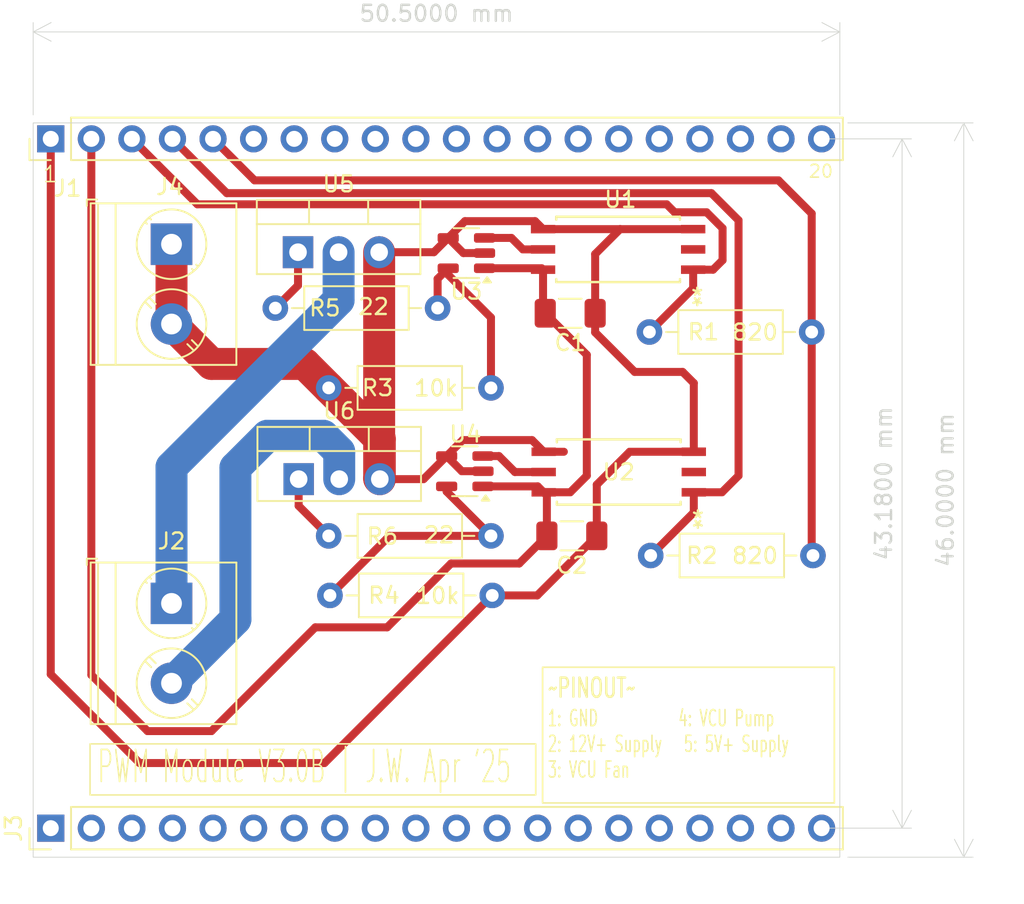
<source format=kicad_pcb>
(kicad_pcb (version 20240108) (generator "pcbnew") (generator_version "8.0")
  (layers (0 "F.Cu" signal) (31 "B.Cu" signal) (34 "B.Paste" user) (35 "F.Paste" user) (36 "B.SilkS" user "B.Silkscreen") (37 "F.SilkS" user "F.Silkscreen") (38 "B.Mask" user) (39 "F.Mask" user) (44 "Edge.Cuts" user))
  (net 0 "")
  (net 1 "Net-(J2-Pin_2)")
  (net 2 "Net-(U3-GND)")
  (net 4 "Net-(U3-VDD)")
  (net 12 "Net-(J1-Pad4)")
  (net 15 "Net-(J2-Pin_1)")
  (net 21 "Net-(J1-Pad5)")
  (net 22 "Net-(J1-Pad3)")
  (net 23 "Net-(U3-OUT)")
  (net 24 "Net-(U4-OUT)")
  (net 25 "Net-(U5-G)")
  (net 26 "Net-(U6-G)")
  (net 28 "Net-(U3-IN+)")
  (net 29 "Net-(U4-IN+)")
  (footprint "isometer:SO6L_TOS" (layer "F.Cu") (at 187.96 32.325 180)
    (property "Reference" "U1" (at -0.14 3.125 0) (layer "F.SilkS"))
    (property "Value" "TLP2745TP_E")
    (fp_line (start 3.8735 2.0447) (end 3.8735 1.863325) (stroke (width 0.1524)) (layer "F.SilkS"))
    (fp_line (start 3.8735 -1.863325) (end 3.8735 -2.0447) (stroke (width 0.1524)) (layer "F.SilkS"))
    (fp_line (start 3.8735 -2.0447) (end -3.8735 -2.0447) (stroke (width 0.1524)) (layer "F.SilkS"))
    (fp_line (start -3.8735 2.0447) (end 3.8735 2.0447) (stroke (width 0.1524)) (layer "F.SilkS"))
    (fp_line (start -3.8735 1.863325) (end -3.8735 2.0447) (stroke (width 0.1524)) (layer "F.SilkS"))
    (fp_line (start -3.8735 -2.0447) (end -3.8735 -1.863325) (stroke (width 0.1524)) (layer "F.SilkS"))
    (fp_text user "*" (at -4.953 -2.9464 180) (layer "F.SilkS"))
    (fp_text user "*" (at -4.953 -2.9464 180) (layer "F.SilkS"))
    (pad "1" smd rect (at -4.699 -1.27 180) (size 1.524 0.5334) (layers "F.Cu" "F.Paste" "F.Mask") (net 22 "Net-(J1-Pad3)"))
    (pad "2" smd rect (at -4.699 0 180) (size 1.524 0.5334) (layers "F.Cu" "F.Paste" "F.Mask"))
    (pad "3" smd rect (at -4.699 1.27 180) (size 1.524 0.5334) (layers "F.Cu" "F.Paste" "F.Mask") (net 2 "Net-(U3-GND)"))
    (pad "4" smd rect (at 4.699 1.27 180) (size 1.524 0.5334) (layers "F.Cu" "F.Paste" "F.Mask") (net 2 "Net-(U3-GND)"))
    (pad "5" smd rect (at 4.699 0 180) (size 1.524 0.5334) (layers "F.Cu" "F.Paste" "F.Mask") (net 28 "Net-(U3-IN+)"))
    (pad "6" smd rect (at 4.699 -1.27 180) (size 1.524 0.5334) (layers "F.Cu" "F.Paste" "F.Mask") (net 4 "Net-(U3-VDD)"))
  )
  (footprint "Package_TO_SOT_SMD:SOT-23-5" (layer "F.Cu") (at 178.3625 46.22 180)
    (property "Reference" "U4" (at -0.0375 2.32 0) (layer "F.SilkS"))
    (property "Value" "UCC27517DBVR")
    (fp_line (start 0 1.56) (end 0.8 1.56) (stroke (width 0.12)) (layer "F.SilkS"))
    (fp_line (start 0 1.56) (end -0.8 1.56) (stroke (width 0.12)) (layer "F.SilkS"))
    (fp_line (start 0 -1.56) (end 0.8 -1.56) (stroke (width 0.12)) (layer "F.SilkS"))
    (fp_line (start 0 -1.56) (end -0.8 -1.56) (stroke (width 0.12)) (layer "F.SilkS"))
    (fp_poly (pts (xy -1.3 -1.51) (xy -1.54 -1.84) (xy -1.06 -1.84) (xy -1.3 -1.51)) (stroke (width 0.12)) (fill solid) (layer "F.SilkS"))
    (pad "1" smd roundrect (at -1.1375 -0.95 180) (size 1.325 0.6) (layers "F.Cu" "F.Paste" "F.Mask") (net 4 "Net-(U3-VDD)"))
    (pad "2" smd roundrect (at -1.1375 0 180) (size 1.325 0.6) (layers "F.Cu" "F.Paste" "F.Mask") (net 2 "Net-(U3-GND)"))
    (pad "3" smd roundrect (at -1.1375 0.95 180) (size 1.325 0.6) (layers "F.Cu" "F.Paste" "F.Mask") (net 29 "Net-(U4-IN+)"))
    (pad "4" smd roundrect (at 1.1375 0.95 180) (size 1.325 0.6) (layers "F.Cu" "F.Paste" "F.Mask") (net 2 "Net-(U3-GND)"))
    (pad "5" smd roundrect (at 1.1375 -0.95 180) (size 1.325 0.6) (layers "F.Cu" "F.Paste" "F.Mask") (net 24 "Net-(U4-OUT)"))
  )
  (footprint "Connector_PinHeader_2.54mm:PinHeader_1x20_P2.54mm_Vertical" (layer "F.Cu") (at 152.44 25.4 90)
    (property "Reference" "J1" (at -3.1 1.06 180) (layer "F.SilkS"))
    (property "Value" "PH1-20-UA")
    (fp_line (start -1.33 -1.33) (end 0 -1.33) (stroke (width 0.12)) (layer "F.SilkS"))
    (fp_line (start -1.33 0) (end -1.33 -1.33) (stroke (width 0.12)) (layer "F.SilkS"))
    (fp_line (start 1.33 1.27) (end 1.33 49.59) (stroke (width 0.12)) (layer "F.SilkS"))
    (fp_line (start -1.33 1.27) (end 1.33 1.27) (stroke (width 0.12)) (layer "F.SilkS"))
    (fp_line (start -1.33 1.27) (end -1.33 49.59) (stroke (width 0.12)) (layer "F.SilkS"))
    (fp_line (start -1.33 49.59) (end 1.33 49.59) (stroke (width 0.12)) (layer "F.SilkS"))
    (pad "1" thru_hole rect (at 0 0 90) (size 1.7 1.7) (drill 1) (layers "*.Cu" "*.Mask") (net 2 "Net-(U3-GND)"))
    (pad "2" thru_hole oval (at 0 2.54 90) (size 1.7 1.7) (drill 1) (layers "*.Cu" "*.Mask") (net 4 "Net-(U3-VDD)"))
    (pad "3" thru_hole oval (at 0 5.08 90) (size 1.7 1.7) (drill 1) (layers "*.Cu" "*.Mask") (net 22 "Net-(J1-Pad3)"))
    (pad "4" thru_hole oval (at 0 7.62 90) (size 1.7 1.7) (drill 1) (layers "*.Cu" "*.Mask") (net 12 "Net-(J1-Pad4)"))
    (pad "5" thru_hole oval (at 0 10.16 90) (size 1.7 1.7) (drill 1) (layers "*.Cu" "*.Mask") (net 21 "Net-(J1-Pad5)"))
    (pad "6" thru_hole oval (at 0 12.7 90) (size 1.7 1.7) (drill 1) (layers "*.Cu" "*.Mask"))
    (pad "7" thru_hole oval (at 0 15.24 90) (size 1.7 1.7) (drill 1) (layers "*.Cu" "*.Mask"))
    (pad "8" thru_hole oval (at 0 17.78 90) (size 1.7 1.7) (drill 1) (layers "*.Cu" "*.Mask"))
    (pad "9" thru_hole oval (at 0 20.32 90) (size 1.7 1.7) (drill 1) (layers "*.Cu" "*.Mask"))
    (pad "10" thru_hole oval (at 0 22.86 90) (size 1.7 1.7) (drill 1) (layers "*.Cu" "*.Mask"))
    (pad "11" thru_hole oval (at 0 25.4 90) (size 1.7 1.7) (drill 1) (layers "*.Cu" "*.Mask"))
    (pad "12" thru_hole oval (at 0 27.94 90) (size 1.7 1.7) (drill 1) (layers "*.Cu" "*.Mask"))
    (pad "13" thru_hole oval (at 0 30.48 90) (size 1.7 1.7) (drill 1) (layers "*.Cu" "*.Mask"))
    (pad "14" thru_hole oval (at 0 33.02 90) (size 1.7 1.7) (drill 1) (layers "*.Cu" "*.Mask"))
    (pad "15" thru_hole oval (at 0 35.56 90) (size 1.7 1.7) (drill 1) (layers "*.Cu" "*.Mask"))
    (pad "16" thru_hole oval (at 0 38.1 90) (size 1.7 1.7) (drill 1) (layers "*.Cu" "*.Mask"))
    (pad "17" thru_hole oval (at 0 40.64 90) (size 1.7 1.7) (drill 1) (layers "*.Cu" "*.Mask"))
    (pad "18" thru_hole oval (at 0 43.18 90) (size 1.7 1.7) (drill 1) (layers "*.Cu" "*.Mask"))
    (pad "19" thru_hole oval (at 0 45.72 90) (size 1.7 1.7) (drill 1) (layers "*.Cu" "*.Mask"))
    (pad "20" thru_hole oval (at 0 48.26 90) (size 1.7 1.7) (drill 1) (layers "*.Cu" "*.Mask"))
  )
  (footprint "Package_TO_SOT_THT:TO-220-3_Vertical" (layer "F.Cu") (at 167.92 32.5)
    (property "Reference" "U5" (at 2.54 -4.27 0) (layer "F.SilkS"))
    (property "Value" "IRLZ44NPBF")
    (fp_line (start -2.58 -3.27) (end -2.58 1.371) (stroke (width 0.12)) (layer "F.SilkS"))
    (fp_line (start -2.58 -3.27) (end 7.66 -3.27) (stroke (width 0.12)) (layer "F.SilkS"))
    (fp_line (start -2.58 -1.76) (end 7.66 -1.76) (stroke (width 0.12)) (layer "F.SilkS"))
    (fp_line (start -2.58 1.371) (end 7.66 1.371) (stroke (width 0.12)) (layer "F.SilkS"))
    (fp_line (start 0.69 -3.27) (end 0.69 -1.76) (stroke (width 0.12)) (layer "F.SilkS"))
    (fp_line (start 4.391 -3.27) (end 4.391 -1.76) (stroke (width 0.12)) (layer "F.SilkS"))
    (fp_line (start 7.66 -3.27) (end 7.66 1.371) (stroke (width 0.12)) (layer "F.SilkS"))
    (pad "1" thru_hole rect (at 0 0) (size 1.905 2) (drill 1.1) (layers "*.Cu" "*.Mask") (net 25 "Net-(U5-G)"))
    (pad "2" thru_hole oval (at 2.54 0) (size 1.905 2) (drill 1.1) (layers "*.Cu" "*.Mask") (net 15 "Net-(J2-Pin_1)"))
    (pad "3" thru_hole oval (at 5.08 0) (size 1.905 2) (drill 1.1) (layers "*.Cu" "*.Mask") (net 2 "Net-(U3-GND)"))
  )
  (footprint "Resistor_THT:R_Axial_DIN0207_L6.3mm_D2.5mm_P10.16mm_Horizontal" (layer "F.Cu") (at 200.16 51.5 180)
    (property "Reference" "R2" (at 6.96 0 0) (layer "F.SilkS"))
    (property "Value" "820")
    (fp_line (start 9.12 0) (end 8.35 0) (stroke (width 0.12)) (layer "F.SilkS"))
    (fp_line (start 8.35 1.37) (end 8.35 -1.37) (stroke (width 0.12)) (layer "F.SilkS"))
    (fp_line (start 8.35 -1.37) (end 1.81 -1.37) (stroke (width 0.12)) (layer "F.SilkS"))
    (fp_line (start 1.81 1.37) (end 8.35 1.37) (stroke (width 0.12)) (layer "F.SilkS"))
    (fp_line (start 1.81 -1.37) (end 1.81 1.37) (stroke (width 0.12)) (layer "F.SilkS"))
    (fp_line (start 1.04 0) (end 1.81 0) (stroke (width 0.12)) (layer "F.SilkS"))
    (pad "1" thru_hole circle (at 0 0 180) (size 1.6 1.6) (drill 0.8) (layers "*.Cu" "*.Mask") (net 21 "Net-(J1-Pad5)"))
    (pad "2" thru_hole oval (at 10.16 0 180) (size 1.6 1.6) (drill 0.8) (layers "*.Cu" "*.Mask") (net 12 "Net-(J1-Pad4)"))
  )
  (footprint "Resistor_THT:R_Axial_DIN0207_L6.3mm_D2.5mm_P10.16mm_Horizontal" (layer "F.Cu") (at 180 41 180)
    (property "Reference" "R3" (at 7.1 0 0) (layer "F.SilkS"))
    (property "Value" "10k")
    (fp_line (start 9.12 0) (end 8.35 0) (stroke (width 0.12)) (layer "F.SilkS"))
    (fp_line (start 8.35 1.37) (end 8.35 -1.37) (stroke (width 0.12)) (layer "F.SilkS"))
    (fp_line (start 8.35 -1.37) (end 1.81 -1.37) (stroke (width 0.12)) (layer "F.SilkS"))
    (fp_line (start 1.81 1.37) (end 8.35 1.37) (stroke (width 0.12)) (layer "F.SilkS"))
    (fp_line (start 1.81 -1.37) (end 1.81 1.37) (stroke (width 0.12)) (layer "F.SilkS"))
    (fp_line (start 1.04 0) (end 1.81 0) (stroke (width 0.12)) (layer "F.SilkS"))
    (pad "1" thru_hole circle (at 0 0 180) (size 1.6 1.6) (drill 0.8) (layers "*.Cu" "*.Mask") (net 23 "Net-(U3-OUT)"))
    (pad "2" thru_hole oval (at 10.16 0 180) (size 1.6 1.6) (drill 0.8) (layers "*.Cu" "*.Mask") (net 2 "Net-(U3-GND)"))
  )
  (footprint "TerminalBlock_Phoenix:TerminalBlock_Phoenix_PT-1,5-2-5.0-H_1x02_P5.00mm_Horizontal" (layer "F.Cu") (at 160 32 -90)
    (property "Reference" "J4" (at -3.6 0.1 180) (layer "F.SilkS"))
    (property "Value" "Conn_01x02_Pin")
    (fp_line (start -2.8 5.3) (end -2.4 5.3) (stroke (width 0.12)) (layer "F.SilkS"))
    (fp_line (start -2.56 5.06) (end 7.56 5.06) (stroke (width 0.12)) (layer "F.SilkS"))
    (fp_line (start -2.8 4.66) (end -2.8 5.3) (stroke (width 0.12)) (layer "F.SilkS"))
    (fp_line (start -2.56 4.6) (end 7.56 4.6) (stroke (width 0.12)) (layer "F.SilkS"))
    (fp_line (start -2.56 3.5) (end 7.56 3.5) (stroke (width 0.12)) (layer "F.SilkS"))
    (fp_line (start -1.282 1.547) (end -1.388 1.654) (stroke (width 0.12)) (layer "F.SilkS"))
    (fp_line (start -1.548 1.281) (end -1.654 1.388) (stroke (width 0.12)) (layer "F.SilkS"))
    (fp_line (start 3.993 1.274) (end 3.613 1.654) (stroke (width 0.12)) (layer "F.SilkS"))
    (fp_line (start 3.742 0.992) (end 3.347 1.388) (stroke (width 0.12)) (layer "F.SilkS"))
    (fp_line (start 1.654 -1.388) (end 1.547 -1.281) (stroke (width 0.12)) (layer "F.SilkS"))
    (fp_line (start 6.654 -1.388) (end 6.259 -0.992) (stroke (width 0.12)) (layer "F.SilkS"))
    (fp_line (start 1.388 -1.654) (end 1.281 -1.547) (stroke (width 0.12)) (layer "F.SilkS"))
    (fp_line (start 6.388 -1.654) (end 6.008 -1.274) (stroke (width 0.12)) (layer "F.SilkS"))
    (fp_line (start -2.56 -4.06) (end -2.56 5.06) (stroke (width 0.12)) (layer "F.SilkS"))
    (fp_line (start -2.56 -4.06) (end 7.56 -4.06) (stroke (width 0.12)) (layer "F.SilkS"))
    (fp_line (start 7.56 -4.06) (end 7.56 5.06) (stroke (width 0.12)) (layer "F.SilkS"))
    (fp_circle (center 0 0) (end 2.18 0) (stroke (width 0.12)) (fill none) (layer "F.SilkS"))
    (fp_circle (center 5 0) (end 7.18 0) (stroke (width 0.12)) (fill none) (layer "F.SilkS"))
    (pad "1" thru_hole rect (at 0 0 270) (size 2.6 2.6) (drill 1.3) (layers "*.Cu" "*.Mask") (net 2 "Net-(U3-GND)"))
    (pad "2" thru_hole circle (at 5 0 270) (size 2.6 2.6) (drill 1.3) (layers "*.Cu" "*.Mask") (net 2 "Net-(U3-GND)"))
  )
  (footprint "Connector_PinHeader_2.54mm:PinHeader_1x20_P2.54mm_Vertical" (layer "F.Cu") (at 152.44 68.58 90)
    (property "Reference" "J3" (at 0 -2.33 90) (layer "F.SilkS"))
    (property "Value" "PH1-20-UA")
    (fp_line (start -1.33 -1.33) (end 0 -1.33) (stroke (width 0.12)) (layer "F.SilkS"))
    (fp_line (start -1.33 0) (end -1.33 -1.33) (stroke (width 0.12)) (layer "F.SilkS"))
    (fp_line (start 1.33 1.27) (end 1.33 49.59) (stroke (width 0.12)) (layer "F.SilkS"))
    (fp_line (start -1.33 1.27) (end 1.33 1.27) (stroke (width 0.12)) (layer "F.SilkS"))
    (fp_line (start -1.33 1.27) (end -1.33 49.59) (stroke (width 0.12)) (layer "F.SilkS"))
    (fp_line (start -1.33 49.59) (end 1.33 49.59) (stroke (width 0.12)) (layer "F.SilkS"))
    (pad "1" thru_hole rect (at 0 0 90) (size 1.7 1.7) (drill 1) (layers "*.Cu" "*.Mask"))
    (pad "2" thru_hole oval (at 0 2.54 90) (size 1.7 1.7) (drill 1) (layers "*.Cu" "*.Mask"))
    (pad "3" thru_hole oval (at 0 5.08 90) (size 1.7 1.7) (drill 1) (layers "*.Cu" "*.Mask"))
    (pad "4" thru_hole oval (at 0 7.62 90) (size 1.7 1.7) (drill 1) (layers "*.Cu" "*.Mask"))
    (pad "5" thru_hole oval (at 0 10.16 90) (size 1.7 1.7) (drill 1) (layers "*.Cu" "*.Mask"))
    (pad "6" thru_hole oval (at 0 12.7 90) (size 1.7 1.7) (drill 1) (layers "*.Cu" "*.Mask"))
    (pad "7" thru_hole oval (at 0 15.24 90) (size 1.7 1.7) (drill 1) (layers "*.Cu" "*.Mask"))
    (pad "8" thru_hole oval (at 0 17.78 90) (size 1.7 1.7) (drill 1) (layers "*.Cu" "*.Mask"))
    (pad "9" thru_hole oval (at 0 20.32 90) (size 1.7 1.7) (drill 1) (layers "*.Cu" "*.Mask"))
    (pad "10" thru_hole oval (at 0 22.86 90) (size 1.7 1.7) (drill 1) (layers "*.Cu" "*.Mask"))
    (pad "11" thru_hole oval (at 0 25.4 90) (size 1.7 1.7) (drill 1) (layers "*.Cu" "*.Mask"))
    (pad "12" thru_hole oval (at 0 27.94 90) (size 1.7 1.7) (drill 1) (layers "*.Cu" "*.Mask"))
    (pad "13" thru_hole oval (at 0 30.48 90) (size 1.7 1.7) (drill 1) (layers "*.Cu" "*.Mask"))
    (pad "14" thru_hole oval (at 0 33.02 90) (size 1.7 1.7) (drill 1) (layers "*.Cu" "*.Mask"))
    (pad "15" thru_hole oval (at 0 35.56 90) (size 1.7 1.7) (drill 1) (layers "*.Cu" "*.Mask"))
    (pad "16" thru_hole oval (at 0 38.1 90) (size 1.7 1.7) (drill 1) (layers "*.Cu" "*.Mask"))
    (pad "17" thru_hole oval (at 0 40.64 90) (size 1.7 1.7) (drill 1) (layers "*.Cu" "*.Mask"))
    (pad "18" thru_hole oval (at 0 43.18 90) (size 1.7 1.7) (drill 1) (layers "*.Cu" "*.Mask"))
    (pad "19" thru_hole oval (at 0 45.72 90) (size 1.7 1.7) (drill 1) (layers "*.Cu" "*.Mask"))
    (pad "20" thru_hole oval (at 0 48.26 90) (size 1.7 1.7) (drill 1) (layers "*.Cu" "*.Mask"))
  )
  (footprint "Package_TO_SOT_SMD:SOT-23-5" (layer "F.Cu") (at 178.46 32.555 180)
    (property "Reference" "U3" (at 0 -2.4 0) (layer "F.SilkS"))
    (property "Value" "UCC27517DBVR")
    (fp_line (start 0 1.56) (end 0.8 1.56) (stroke (width 0.12)) (layer "F.SilkS"))
    (fp_line (start 0 1.56) (end -0.8 1.56) (stroke (width 0.12)) (layer "F.SilkS"))
    (fp_line (start 0 -1.56) (end 0.8 -1.56) (stroke (width 0.12)) (layer "F.SilkS"))
    (fp_line (start 0 -1.56) (end -0.8 -1.56) (stroke (width 0.12)) (layer "F.SilkS"))
    (fp_poly (pts (xy -1.3 -1.51) (xy -1.54 -1.84) (xy -1.06 -1.84) (xy -1.3 -1.51)) (stroke (width 0.12)) (fill solid) (layer "F.SilkS"))
    (pad "1" smd roundrect (at -1.1375 -0.95 180) (size 1.325 0.6) (layers "F.Cu" "F.Paste" "F.Mask") (net 4 "Net-(U3-VDD)"))
    (pad "2" smd roundrect (at -1.1375 0 180) (size 1.325 0.6) (layers "F.Cu" "F.Paste" "F.Mask") (net 2 "Net-(U3-GND)"))
    (pad "3" smd roundrect (at -1.1375 0.95 180) (size 1.325 0.6) (layers "F.Cu" "F.Paste" "F.Mask") (net 28 "Net-(U3-IN+)"))
    (pad "4" smd roundrect (at 1.1375 0.95 180) (size 1.325 0.6) (layers "F.Cu" "F.Paste" "F.Mask") (net 2 "Net-(U3-GND)"))
    (pad "5" smd roundrect (at 1.1375 -0.95 180) (size 1.325 0.6) (layers "F.Cu" "F.Paste" "F.Mask") (net 23 "Net-(U3-OUT)"))
  )
  (footprint "Resistor_THT:R_Axial_DIN0207_L6.3mm_D2.5mm_P10.16mm_Horizontal" (layer "F.Cu") (at 169.92 54)
    (property "Reference" "R4" (at 3.38 0 0) (layer "F.SilkS"))
    (property "Value" "10k")
    (fp_line (start 1.04 0) (end 1.81 0) (stroke (width 0.12)) (layer "F.SilkS"))
    (fp_line (start 1.81 -1.37) (end 1.81 1.37) (stroke (width 0.12)) (layer "F.SilkS"))
    (fp_line (start 1.81 1.37) (end 8.35 1.37) (stroke (width 0.12)) (layer "F.SilkS"))
    (fp_line (start 8.35 -1.37) (end 1.81 -1.37) (stroke (width 0.12)) (layer "F.SilkS"))
    (fp_line (start 8.35 1.37) (end 8.35 -1.37) (stroke (width 0.12)) (layer "F.SilkS"))
    (fp_line (start 9.12 0) (end 8.35 0) (stroke (width 0.12)) (layer "F.SilkS"))
    (pad "1" thru_hole circle (at 0 0) (size 1.6 1.6) (drill 0.8) (layers "*.Cu" "*.Mask") (net 24 "Net-(U4-OUT)"))
    (pad "2" thru_hole oval (at 10.16 0) (size 1.6 1.6) (drill 0.8) (layers "*.Cu" "*.Mask") (net 2 "Net-(U3-GND)"))
  )
  (footprint "Package_TO_SOT_THT:TO-220-3_Vertical" (layer "F.Cu") (at 167.96 46.715)
    (property "Reference" "U6" (at 2.54 -4.27 0) (layer "F.SilkS"))
    (property "Value" "IRLZ44NPBF")
    (fp_line (start -2.58 -3.27) (end -2.58 1.371) (stroke (width 0.12)) (layer "F.SilkS"))
    (fp_line (start -2.58 -3.27) (end 7.66 -3.27) (stroke (width 0.12)) (layer "F.SilkS"))
    (fp_line (start -2.58 -1.76) (end 7.66 -1.76) (stroke (width 0.12)) (layer "F.SilkS"))
    (fp_line (start -2.58 1.371) (end 7.66 1.371) (stroke (width 0.12)) (layer "F.SilkS"))
    (fp_line (start 0.69 -3.27) (end 0.69 -1.76) (stroke (width 0.12)) (layer "F.SilkS"))
    (fp_line (start 4.391 -3.27) (end 4.391 -1.76) (stroke (width 0.12)) (layer "F.SilkS"))
    (fp_line (start 7.66 -3.27) (end 7.66 1.371) (stroke (width 0.12)) (layer "F.SilkS"))
    (pad "1" thru_hole rect (at 0 0) (size 1.905 2) (drill 1.1) (layers "*.Cu" "*.Mask") (net 26 "Net-(U6-G)"))
    (pad "2" thru_hole oval (at 2.54 0) (size 1.905 2) (drill 1.1) (layers "*.Cu" "*.Mask") (net 1 "Net-(J2-Pin_2)"))
    (pad "3" thru_hole oval (at 5.08 0) (size 1.905 2) (drill 1.1) (layers "*.Cu" "*.Mask") (net 2 "Net-(U3-GND)"))
  )
  (footprint "Capacitor_SMD:C_1206_3216Metric_Pad1.33x1.80mm_HandSolder" (layer "F.Cu") (at 185.0625 50.27 180)
    (property "Reference" "C2" (at 0 -1.85 0) (layer "F.SilkS"))
    (property "Value" "0.1u")
    (fp_line (start -0.711252 0.91) (end 0.711252 0.91) (stroke (width 0.12)) (layer "F.SilkS"))
    (fp_line (start -0.711252 -0.91) (end 0.711252 -0.91) (stroke (width 0.12)) (layer "F.SilkS"))
    (pad "1" smd roundrect (at -1.5625 0 180) (size 1.325 1.8) (layers "F.Cu" "F.Paste" "F.Mask") (roundrect_rratio 0.188679) (net 2 "Net-(U3-GND)"))
    (pad "2" smd roundrect (at 1.5625 0 180) (size 1.325 1.8) (layers "F.Cu" "F.Paste" "F.Mask") (roundrect_rratio 0.188679) (net 4 "Net-(U3-VDD)"))
  )
  (footprint "Capacitor_SMD:C_1206_3216Metric_Pad1.33x1.80mm_HandSolder" (layer "F.Cu") (at 184.96 36.325 180)
    (property "Reference" "C1" (at 0 -1.85 0) (layer "F.SilkS"))
    (property "Value" "0.1u")
    (fp_line (start -0.711252 0.91) (end 0.711252 0.91) (stroke (width 0.12)) (layer "F.SilkS"))
    (fp_line (start -0.711252 -0.91) (end 0.711252 -0.91) (stroke (width 0.12)) (layer "F.SilkS"))
    (pad "1" smd roundrect (at -1.5625 0 180) (size 1.325 1.8) (layers "F.Cu" "F.Paste" "F.Mask") (roundrect_rratio 0.188679) (net 2 "Net-(U3-GND)"))
    (pad "2" smd roundrect (at 1.5625 0 180) (size 1.325 1.8) (layers "F.Cu" "F.Paste" "F.Mask") (roundrect_rratio 0.188679) (net 4 "Net-(U3-VDD)"))
  )
  (footprint "TerminalBlock_Phoenix:TerminalBlock_Phoenix_PT-1,5-2-5.0-H_1x02_P5.00mm_Horizontal" (layer "F.Cu") (at 160 54.5 -90)
    (property "Reference" "J2" (at -3.9 0 180) (layer "F.SilkS"))
    (property "Value" "Conn_01x02_Pin")
    (fp_line (start -2.8 5.3) (end -2.4 5.3) (stroke (width 0.12)) (layer "F.SilkS"))
    (fp_line (start -2.56 5.06) (end 7.56 5.06) (stroke (width 0.12)) (layer "F.SilkS"))
    (fp_line (start -2.8 4.66) (end -2.8 5.3) (stroke (width 0.12)) (layer "F.SilkS"))
    (fp_line (start -2.56 4.6) (end 7.56 4.6) (stroke (width 0.12)) (layer "F.SilkS"))
    (fp_line (start -2.56 3.5) (end 7.56 3.5) (stroke (width 0.12)) (layer "F.SilkS"))
    (fp_line (start -1.282 1.547) (end -1.388 1.654) (stroke (width 0.12)) (layer "F.SilkS"))
    (fp_line (start -1.548 1.281) (end -1.654 1.388) (stroke (width 0.12)) (layer "F.SilkS"))
    (fp_line (start 3.993 1.274) (end 3.613 1.654) (stroke (width 0.12)) (layer "F.SilkS"))
    (fp_line (start 3.742 0.992) (end 3.347 1.388) (stroke (width 0.12)) (layer "F.SilkS"))
    (fp_line (start 1.654 -1.388) (end 1.547 -1.281) (stroke (width 0.12)) (layer "F.SilkS"))
    (fp_line (start 6.654 -1.388) (end 6.259 -0.992) (stroke (width 0.12)) (layer "F.SilkS"))
    (fp_line (start 1.388 -1.654) (end 1.281 -1.547) (stroke (width 0.12)) (layer "F.SilkS"))
    (fp_line (start 6.388 -1.654) (end 6.008 -1.274) (stroke (width 0.12)) (layer "F.SilkS"))
    (fp_line (start -2.56 -4.06) (end -2.56 5.06) (stroke (width 0.12)) (layer "F.SilkS"))
    (fp_line (start -2.56 -4.06) (end 7.56 -4.06) (stroke (width 0.12)) (layer "F.SilkS"))
    (fp_line (start 7.56 -4.06) (end 7.56 5.06) (stroke (width 0.12)) (layer "F.SilkS"))
    (fp_circle (center 0 0) (end 2.18 0) (stroke (width 0.12)) (fill none) (layer "F.SilkS"))
    (fp_circle (center 5 0) (end 7.18 0) (stroke (width 0.12)) (fill none) (layer "F.SilkS"))
    (pad "1" thru_hole rect (at 0 0 270) (size 2.6 2.6) (drill 1.3) (layers "*.Cu" "*.Mask") (net 15 "Net-(J2-Pin_1)"))
    (pad "2" thru_hole circle (at 5 0 270) (size 2.6 2.6) (drill 1.3) (layers "*.Cu" "*.Mask") (net 1 "Net-(J2-Pin_2)"))
  )
  (footprint "isometer:SO6L_TOS" (layer "F.Cu") (at 188 46.27 180)
    (property "Reference" "U2" (at 0 0 0) (layer "F.SilkS"))
    (property "Value" "TLP2745TP_E")
    (fp_line (start 3.8735 2.0447) (end 3.8735 1.863325) (stroke (width 0.1524)) (layer "F.SilkS"))
    (fp_line (start 3.8735 -1.863325) (end 3.8735 -2.0447) (stroke (width 0.1524)) (layer "F.SilkS"))
    (fp_line (start 3.8735 -2.0447) (end -3.8735 -2.0447) (stroke (width 0.1524)) (layer "F.SilkS"))
    (fp_line (start -3.8735 2.0447) (end 3.8735 2.0447) (stroke (width 0.1524)) (layer "F.SilkS"))
    (fp_line (start -3.8735 1.863325) (end -3.8735 2.0447) (stroke (width 0.1524)) (layer "F.SilkS"))
    (fp_line (start -3.8735 -2.0447) (end -3.8735 -1.863325) (stroke (width 0.1524)) (layer "F.SilkS"))
    (fp_text user "*" (at -4.953 -2.9464 180) (layer "F.SilkS"))
    (fp_text user "*" (at -4.953 -2.9464 180) (layer "F.SilkS"))
    (pad "1" smd rect (at -4.699 -1.27 180) (size 1.524 0.5334) (layers "F.Cu" "F.Paste" "F.Mask") (net 12 "Net-(J1-Pad4)"))
    (pad "2" smd rect (at -4.699 0 180) (size 1.524 0.5334) (layers "F.Cu" "F.Paste" "F.Mask"))
    (pad "3" smd rect (at -4.699 1.27 180) (size 1.524 0.5334) (layers "F.Cu" "F.Paste" "F.Mask") (net 2 "Net-(U3-GND)"))
    (pad "4" smd rect (at 4.699 1.27 180) (size 1.524 0.5334) (layers "F.Cu" "F.Paste" "F.Mask") (net 2 "Net-(U3-GND)"))
    (pad "5" smd rect (at 4.699 0 180) (size 1.524 0.5334) (layers "F.Cu" "F.Paste" "F.Mask") (net 29 "Net-(U4-IN+)"))
    (pad "6" smd rect (at 4.699 -1.27 180) (size 1.524 0.5334) (layers "F.Cu" "F.Paste" "F.Mask") (net 4 "Net-(U3-VDD)"))
  )
  (footprint "Resistor_THT:R_Axial_DIN0207_L6.3mm_D2.5mm_P10.16mm_Horizontal" (layer "F.Cu") (at 180 50.27 180)
    (property "Reference" "R6" (at 6.8 -0.03 0) (layer "F.SilkS"))
    (property "Value" "22")
    (fp_line (start 9.12 0) (end 8.35 0) (stroke (width 0.12)) (layer "F.SilkS"))
    (fp_line (start 8.35 1.37) (end 8.35 -1.37) (stroke (width 0.12)) (layer "F.SilkS"))
    (fp_line (start 8.35 -1.37) (end 1.81 -1.37) (stroke (width 0.12)) (layer "F.SilkS"))
    (fp_line (start 1.81 1.37) (end 8.35 1.37) (stroke (width 0.12)) (layer "F.SilkS"))
    (fp_line (start 1.81 -1.37) (end 1.81 1.37) (stroke (width 0.12)) (layer "F.SilkS"))
    (fp_line (start 1.04 0) (end 1.81 0) (stroke (width 0.12)) (layer "F.SilkS"))
    (pad "1" thru_hole circle (at 0 0 180) (size 1.6 1.6) (drill 0.8) (layers "*.Cu" "*.Mask") (net 24 "Net-(U4-OUT)"))
    (pad "2" thru_hole oval (at 10.16 0 180) (size 1.6 1.6) (drill 0.8) (layers "*.Cu" "*.Mask") (net 26 "Net-(U6-G)"))
  )
  (footprint "Resistor_THT:R_Axial_DIN0207_L6.3mm_D2.5mm_P10.16mm_Horizontal" (layer "F.Cu") (at 200.08 37.5 180)
    (property "Reference" "R1" (at 6.78 0 0) (layer "F.SilkS"))
    (property "Value" "820")
    (fp_line (start 9.12 0) (end 8.35 0) (stroke (width 0.12)) (layer "F.SilkS"))
    (fp_line (start 8.35 1.37) (end 8.35 -1.37) (stroke (width 0.12)) (layer "F.SilkS"))
    (fp_line (start 8.35 -1.37) (end 1.81 -1.37) (stroke (width 0.12)) (layer "F.SilkS"))
    (fp_line (start 1.81 1.37) (end 8.35 1.37) (stroke (width 0.12)) (layer "F.SilkS"))
    (fp_line (start 1.81 -1.37) (end 1.81 1.37) (stroke (width 0.12)) (layer "F.SilkS"))
    (fp_line (start 1.04 0) (end 1.81 0) (stroke (width 0.12)) (layer "F.SilkS"))
    (pad "1" thru_hole circle (at 0 0 180) (size 1.6 1.6) (drill 0.8) (layers "*.Cu" "*.Mask") (net 21 "Net-(J1-Pad5)"))
    (pad "2" thru_hole oval (at 10.16 0 180) (size 1.6 1.6) (drill 0.8) (layers "*.Cu" "*.Mask") (net 22 "Net-(J1-Pad3)"))
  )
  (footprint "Resistor_THT:R_Axial_DIN0207_L6.3mm_D2.5mm_P10.16mm_Horizontal" (layer "F.Cu") (at 176.66 36 180)
    (property "Reference" "R5" (at 7.06 0 0) (layer "F.SilkS"))
    (property "Value" "22")
    (fp_line (start 9.12 0) (end 8.35 0) (stroke (width 0.12)) (layer "F.SilkS"))
    (fp_line (start 8.35 1.37) (end 8.35 -1.37) (stroke (width 0.12)) (layer "F.SilkS"))
    (fp_line (start 8.35 -1.37) (end 1.81 -1.37) (stroke (width 0.12)) (layer "F.SilkS"))
    (fp_line (start 1.81 1.37) (end 8.35 1.37) (stroke (width 0.12)) (layer "F.SilkS"))
    (fp_line (start 1.81 -1.37) (end 1.81 1.37) (stroke (width 0.12)) (layer "F.SilkS"))
    (fp_line (start 1.04 0) (end 1.81 0) (stroke (width 0.12)) (layer "F.SilkS"))
    (pad "1" thru_hole circle (at 0 0 180) (size 1.6 1.6) (drill 0.8) (layers "*.Cu" "*.Mask") (net 23 "Net-(U3-OUT)"))
    (pad "2" thru_hole oval (at 10.16 0 180) (size 1.6 1.6) (drill 0.8) (layers "*.Cu" "*.Mask") (net 25 "Net-(U5-G)"))
  )
  (gr_rect (start 183.231191 58.5) (end 201.5 67) (stroke (width 0.1)) (fill none) (layer "F.SilkS"))
  (gr_rect (start 154.9 63.3) (end 182.8 66.5) (stroke (width 0.1)) (fill none) (layer "F.SilkS"))
  (gr_rect (start 151.34 24.4) (end 201.84 70.4) (stroke (width 0.05)) (fill none) (layer "Edge.Cuts"))
  (gr_text "820" (at 195 38.1 0) (layer "F.SilkS") (effects (font (size 1 1)) (justify left bottom)))
  (gr_text "~PINOUT~" (at 183.5 60.5 0) (layer "F.SilkS") (effects (font (size 1.2 0.8) (thickness 0.15) (bold yes)) (justify left bottom)))
  (gr_text "820" (at 195 52.1 0) (layer "F.SilkS") (effects (font (size 1 1)) (justify left bottom)))
  (gr_text "1: GND           4: VCU Pump\n2: 12V+ Supply   5: 5V+ Supply\n3: VCU Fan       " (at 183.5 65.5 0) (layer "F.SilkS") (effects (font (size 1 0.6) (thickness 0.1)) (justify left bottom)))
  (gr_text "22" (at 171.6 36.5 0) (layer "F.SilkS") (effects (font (size 1 1)) (justify left bottom)))
  (gr_text "1" (at 151.87381 28.2 0) (layer "F.SilkS") (effects (font (size 1 1) (thickness 0.1)) (justify left bottom)))
  (gr_text "10k" (at 175.1 41.6 0) (layer "F.SilkS") (effects (font (size 1 1)) (justify left bottom)))
  (gr_text "PWM Module V3.0B | J.W. Apr '25" (at 155.3 65.9 0) (layer "F.SilkS") (effects (font (size 2 1) (thickness 0.1)) (justify left bottom)))
  (gr_text "22" (at 175.7 50.8 0) (layer "F.SilkS") (effects (font (size 1 1)) (justify left bottom)))
  (gr_text "20\n" (at 199.828095 27.9 0) (layer "F.SilkS") (effects (font (size 0.8 0.8) (thickness 0.1)) (justify left bottom)))
  (gr_text "10k" (at 175.2 54.6 0) (layer "F.SilkS") (effects (font (size 1 1)) (justify left bottom)))
  (dimension (type aligned) (layer "Edge.Cuts") (pts (xy 201.84 70.4) (xy 201.84 24.4)) (height 7.76) (gr_text "46.0000 mm" (at 208.45 47.4 90) (layer "Edge.Cuts") (effects (font (size 1 1) (thickness 0.15)))) (format (prefix "") (suffix "") (units 3) (units_format 1) (precision 4)) (style (thickness 0.05) (arrow_length 1.27) (text_position_mode 0) (extension_height 0.58642) (extension_offset 0.5) keep_text_aligned))
  (dimension (type aligned) (layer "Edge.Cuts") (pts (xy 201.84 24.4) (xy 151.34 24.4)) (height 5.699999) (gr_text "50.5000 mm" (at 176.59 17.550001 0) (layer "Edge.Cuts") (effects (font (size 1 1) (thickness 0.15)))) (format (prefix "") (suffix "") (units 3) (units_format 1) (precision 4)) (style (thickness 0.05) (arrow_length 1.27) (text_position_mode 0) (extension_height 0.58642) (extension_offset 0.5) keep_text_aligned))
  (dimension (type aligned) (layer "Edge.Cuts") (pts (xy 200.66 68.58) (xy 200.66 25.4)) (height 5.08) (gr_text "43.1800 mm" (at 204.59 46.99 90) (layer "Edge.Cuts") (effects (font (size 1 1) (thickness 0.15)))) (format (prefix "") (suffix "") (units 3) (units_format 1) (precision 4)) (style (thickness 0.05) (arrow_length 1.27) (text_position_mode 0) (extension_height 0.58642) (extension_offset 0.5) keep_text_aligned))
  (segment (start 170.5 45) (end 169.5 44) (width 2) (layer "B.Cu") (net 1))
  (segment (start 164 46) (end 164 55.5) (width 2) (layer "B.Cu") (net 1))
  (segment (start 166 44) (end 164 46) (width 2) (layer "B.Cu") (net 1))
  (segment (start 164 55.5) (end 160 59.5) (width 2) (layer "B.Cu") (net 1))
  (segment (start 170.5 46.715) (end 170.5 45) (width 2) (layer "B.Cu") (net 1))
  (segment (start 169.5 44) (end 166 44) (width 2) (layer "B.Cu") (net 1))
  (segment (start 152.44 58.94) (end 158 64.5) (width 0.5) (layer "F.Cu") (net 2))
  (segment (start 188.085 31.055) (end 186.5225 32.6175) (width 0.5) (layer "F.Cu") (net 2))
  (segment (start 162.5 39.5) (end 160 37) (width 2) (layer "F.Cu") (net 2))
  (segment (start 179.5975 32.555) (end 178.2725 32.555) (width 0.5) (layer "F.Cu") (net 2))
  (segment (start 186.5225 36.325) (end 186.5225 32.6175) (width 0.5) (layer "F.Cu") (net 2))
  (segment (start 192 40) (end 192.699 40.699) (width 0.5) (layer "F.Cu") (net 2))
  (segment (start 178.2725 32.555) (end 177.3225 31.605) (width 0.5) (layer "F.Cu") (net 2))
  (segment (start 177.9975 44.4975) (end 177.225 45.27) (width 0.5) (layer "F.Cu") (net 2))
  (segment (start 176.4275 32.5) (end 177.3225 31.605) (width 0.5) (layer "F.Cu") (net 2))
  (segment (start 169.58 64.5) (end 180.08 54) (width 0.5) (layer "F.Cu") (net 2))
  (segment (start 173 32.5) (end 173 46.675) (width 2) (layer "F.Cu") (net 2))
  (segment (start 173.04 44.2) (end 173.04 46.715) (width 2) (layer "F.Cu") (net 2))
  (segment (start 178.225 44.27) (end 177.9975 44.4975) (width 0.5) (layer "F.Cu") (net 2))
  (segment (start 183.261 31.055) (end 188.085 31.055) (width 0.5) (layer "F.Cu") (net 2))
  (segment (start 192.699 45) (end 188.687 45) (width 0.5) (layer "F.Cu") (net 2))
  (segment (start 175.78 46.715) (end 177.225 45.27) (width 0.5) (layer "F.Cu") (net 2))
  (segment (start 182.571 44.27) (end 178.225 44.27) (width 0.5) (layer "F.Cu") (net 2))
  (segment (start 178.3725 30.555) (end 177.3225 31.605) (width 0.5) (layer "F.Cu") (net 2))
  (segment (start 182.571 44.27) (end 183.301 45) (width 0.5) (layer "F.Cu") (net 2))
  (segment (start 173 46.675) (end 173.04 46.715) (width 2) (layer "F.Cu") (net 2))
  (segment (start 169.84 41) (end 168.34 39.5) (width 2) (layer "F.Cu") (net 2))
  (segment (start 186.5225 37.5225) (end 189 40) (width 0.5) (layer "F.Cu") (net 2))
  (segment (start 168.34 39.5) (end 162.5 39.5) (width 2) (layer "F.Cu") (net 2))
  (segment (start 183.261 31.055) (end 182.761 30.555) (width 0.5) (layer "F.Cu") (net 2))
  (segment (start 178.175 46.22) (end 177.225 45.27) (width 0.5) (layer "F.Cu") (net 2))
  (segment (start 173 32.5) (end 176.4275 32.5) (width 0.5) (layer "F.Cu") (net 2))
  (segment (start 182.761 30.555) (end 178.3725 30.555) (width 0.5) (layer "F.Cu") (net 2))
  (segment (start 186.5225 36.325) (end 186.5225 37.5225) (width 0.5) (layer "F.Cu") (net 2))
  (segment (start 182.895 54) (end 186.625 50.27) (width 0.5) (layer "F.Cu") (net 2))
  (segment (start 158 64.5) (end 169.58 64.5) (width 0.5) (layer "F.Cu") (net 2))
  (segment (start 184.563 45) (end 183.301 45) (width 0.5) (layer "F.Cu") (net 2))
  (segment (start 189 40) (end 192 40) (width 0.5) (layer "F.Cu") (net 2))
  (segment (start 192.699 40.699) (end 192.699 45) (width 0.5) (layer "F.Cu") (net 2))
  (segment (start 186.625 50.27) (end 186.625 47.062) (width 0.5) (layer "F.Cu") (net 2))
  (segment (start 152.44 25.4) (end 152.44 58.94) (width 0.5) (layer "F.Cu") (net 2))
  (segment (start 192.659 31.055) (end 188.085 31.055) (width 0.5) (layer "F.Cu") (net 2))
  (segment (start 169.84 41) (end 173.04 44.2) (width 2) (layer "F.Cu") (net 2))
  (segment (start 179.5 46.22) (end 178.175 46.22) (width 0.5) (layer "F.Cu") (net 2))
  (segment (start 188.687 45) (end 186.625 47.062) (width 0.5) (layer "F.Cu") (net 2))
  (segment (start 180.08 54) (end 182.895 54) (width 0.5) (layer "F.Cu") (net 2))
  (segment (start 173.04 46.715) (end 175.78 46.715) (width 0.5) (layer "F.Cu") (net 2))
  (segment (start 160 32) (end 160 37) (width 2) (layer "F.Cu") (net 2))
  (segment (start 179.5 47.17) (end 182.931 47.17) (width 0.5) (layer "F.Cu") (net 4))
  (segment (start 162.5 62.5) (end 169 56) (width 0.5) (layer "F.Cu") (net 4))
  (segment (start 183.261 33.595) (end 183.261 36.1885) (width 0.5) (layer "F.Cu") (net 4))
  (segment (start 183.261 36.1885) (end 183.3975 36.325) (width 0.5) (layer "F.Cu") (net 4))
  (segment (start 182.931 47.17) (end 183.301 47.54) (width 0.5) (layer "F.Cu") (net 4))
  (segment (start 186 46.5) (end 186 38.9275) (width 0.5) (layer "F.Cu") (net 4))
  (segment (start 184.96 47.54) (end 186 46.5) (width 0.5) (layer "F.Cu") (net 4))
  (segment (start 181.77 52) (end 183.5 50.27) (width 0.5) (layer "F.Cu") (net 4))
  (segment (start 173.5 56) (end 177.5 52) (width 0.5) (layer "F.Cu") (net 4))
  (segment (start 179.5975 33.505) (end 183.171 33.505) (width 0.5) (layer "F.Cu") (net 4))
  (segment (start 183.301 47.54) (end 184.96 47.54) (width 0.5) (layer "F.Cu") (net 4))
  (segment (start 158.5 62.5) (end 162.5 62.5) (width 0.5) (layer "F.Cu") (net 4))
  (segment (start 186 38.9275) (end 183.3975 36.325) (width 0.5) (layer "F.Cu") (net 4))
  (segment (start 183.171 33.505) (end 183.261 33.595) (width 0.5) (layer "F.Cu") (net 4))
  (segment (start 154.98 25.4) (end 154.98 58.98) (width 0.5) (layer "F.Cu") (net 4))
  (segment (start 154.98 58.98) (end 158.5 62.5) (width 0.5) (layer "F.Cu") (net 4))
  (segment (start 183.5 50.27) (end 183.5 47.739) (width 0.5) (layer "F.Cu") (net 4))
  (segment (start 169 56) (end 173.5 56) (width 0.5) (layer "F.Cu") (net 4))
  (segment (start 183.5 47.739) (end 183.301 47.54) (width 0.5) (layer "F.Cu") (net 4))
  (segment (start 177.5 52) (end 181.77 52) (width 0.5) (layer "F.Cu") (net 4))
  (segment (start 160.06 25.4) (end 163.46 28.8) (width 0.5) (layer "F.Cu") (net 12))
  (segment (start 163.46 28.8) (end 193.8 28.8) (width 0.5) (layer "F.Cu") (net 12))
  (segment (start 194.46 47.54) (end 192.699 47.54) (width 0.5) (layer "F.Cu") (net 12))
  (segment (start 193.8 28.8) (end 195.5 30.5) (width 0.5) (layer "F.Cu") (net 12))
  (segment (start 192.699 48.801) (end 190 51.5) (width 0.5) (layer "F.Cu") (net 12))
  (segment (start 195.5 46.5) (end 194.46 47.54) (width 0.5) (layer "F.Cu") (net 12))
  (segment (start 192.699 47.54) (end 192.699 48.801) (width 0.5) (layer "F.Cu") (net 12))
  (segment (start 195.5 30.5) (end 195.5 46.5) (width 0.5) (layer "F.Cu") (net 12))
  (segment (start 170.46 35.5) (end 160 45.96) (width 2) (layer "B.Cu") (net 15))
  (segment (start 170.46 32.5) (end 170.46 35.5) (width 2) (layer "B.Cu") (net 15))
  (segment (start 160 45.96) (end 160 54.5) (width 2) (layer "B.Cu") (net 15))
  (segment (start 198 28) (end 200.08 30.08) (width 0.5) (layer "F.Cu") (net 21))
  (segment (start 162.6 25.4) (end 165.2 28) (width 0.5) (layer "F.Cu") (net 21))
  (segment (start 200.16 37.58) (end 200.08 37.5) (width 0.5) (layer "F.Cu") (net 21))
  (segment (start 200.08 37.5) (end 200.08 51.42) (width 0.5) (layer "F.Cu") (net 21))
  (segment (start 200.08 30.08) (end 200.08 37.5) (width 0.5) (layer "F.Cu") (net 21))
  (segment (start 200.08 51.42) (end 200.16 51.5) (width 0.5) (layer "F.Cu") (net 21))
  (segment (start 165.2 28) (end 198 28) (width 0.5) (layer "F.Cu") (net 21))
  (segment (start 194.5 31) (end 193.5 30) (width 0.5) (layer "F.Cu") (net 22))
  (segment (start 193.5 30) (end 191.5 30) (width 0.5) (layer "F.Cu") (net 22))
  (segment (start 194.5 33) (end 194.5 31) (width 0.5) (layer "F.Cu") (net 22))
  (segment (start 192.659 33.595) (end 192.659 34.761) (width 0.5) (layer "F.Cu") (net 22))
  (segment (start 192.659 33.595) (end 193.905 33.595) (width 0.5) (layer "F.Cu") (net 22))
  (segment (start 161.62 29.5) (end 157.52 25.4) (width 0.5) (layer "F.Cu") (net 22))
  (segment (start 192.659 34.761) (end 189.92 37.5) (width 0.5) (layer "F.Cu") (net 22))
  (segment (start 193.905 33.595) (end 194.5 33) (width 0.5) (layer "F.Cu") (net 22))
  (segment (start 191.5 30) (end 191 29.5) (width 0.5) (layer "F.Cu") (net 22))
  (segment (start 191 29.5) (end 161.62 29.5) (width 0.5) (layer "F.Cu") (net 22))
  (segment (start 176.66 34.1675) (end 177.3225 33.505) (width 0.5) (layer "F.Cu") (net 23))
  (segment (start 176.66 36) (end 176.66 34.1675) (width 0.5) (layer "F.Cu") (net 23))
  (segment (start 177.3225 33.9175) (end 179.96 36.555) (width 0.5) (layer "F.Cu") (net 23))
  (segment (start 180 41) (end 180 36.595) (width 0.5) (layer "F.Cu") (net 23))
  (segment (start 177.3225 33.505) (end 177.3225 33.9175) (width 0.5) (layer "F.Cu") (net 23))
  (segment (start 180 36.595) (end 179.96 36.555) (width 0.5) (layer "F.Cu") (net 23))
  (segment (start 177.225 47.17) (end 177.225 47.495) (width 0.5) (layer "F.Cu") (net 24))
  (segment (start 173.65 50.27) (end 169.92 54) (width 0.5) (layer "F.Cu") (net 24))
  (segment (start 177.225 47.495) (end 180 50.27) (width 0.5) (layer "F.Cu") (net 24))
  (segment (start 180 50.27) (end 173.65 50.27) (width 0.5) (layer "F.Cu") (net 24))
  (segment (start 167.92 34.58) (end 166.5 36) (width 0.5) (layer "F.Cu") (net 25))
  (segment (start 167.92 32.5) (end 167.92 34.58) (width 0.5) (layer "F.Cu") (net 25))
  (segment (start 167.96 48.39) (end 169.84 50.27) (width 0.5) (layer "F.Cu") (net 26))
  (segment (start 167.96 46.715) (end 167.96 48.39) (width 0.5) (layer "F.Cu") (net 26))
  (segment (start 183.261 32.325) (end 181.999 32.325) (width 0.5) (layer "F.Cu") (net 28))
  (segment (start 181.279 31.605) (end 179.5975 31.605) (width 0.5) (layer "F.Cu") (net 28))
  (segment (start 181.999 32.325) (end 181.279 31.605) (width 0.5) (layer "F.Cu") (net 28))
  (segment (start 180.5 45.27) (end 179.5 45.27) (width 0.5) (layer "F.Cu") (net 29))
  (segment (start 181.5 46.27) (end 180.5 45.27) (width 0.5) (layer "F.Cu") (net 29))
  (segment (start 183.301 46.27) (end 181.5 46.27) (width 0.5) (layer "F.Cu") (net 29))
)
</source>
